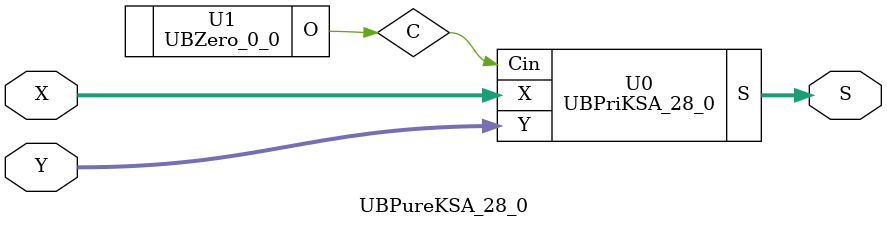
<source format=v>
/*----------------------------------------------------------------------------
  Copyright (c) 2021 Homma laboratory. All rights reserved.

  Top module: UBKSA_28_0_28_0

  Operand-1 length: 29
  Operand-2 length: 29
  Two-operand addition algorithm: Kogge-Stone adder
----------------------------------------------------------------------------*/

module GPGenerator(Go, Po, A, B);
  output Go;
  output Po;
  input A;
  input B;
  assign Go = A & B;
  assign Po = A ^ B;
endmodule

module CarryOperator(Go, Po, Gi1, Pi1, Gi2, Pi2);
  output Go;
  output Po;
  input Gi1;
  input Gi2;
  input Pi1;
  input Pi2;
  assign Go = Gi1 | ( Gi2 & Pi1 );
  assign Po = Pi1 & Pi2;
endmodule

module UBPriKSA_28_0(S, X, Y, Cin);
  output [29:0] S;
  input Cin;
  input [28:0] X;
  input [28:0] Y;
  wire [28:0] G0;
  wire [28:0] G1;
  wire [28:0] G2;
  wire [28:0] G3;
  wire [28:0] G4;
  wire [28:0] G5;
  wire [28:0] P0;
  wire [28:0] P1;
  wire [28:0] P2;
  wire [28:0] P3;
  wire [28:0] P4;
  wire [28:0] P5;
  assign P1[0] = P0[0];
  assign G1[0] = G0[0];
  assign P2[0] = P1[0];
  assign G2[0] = G1[0];
  assign P2[1] = P1[1];
  assign G2[1] = G1[1];
  assign P3[0] = P2[0];
  assign G3[0] = G2[0];
  assign P3[1] = P2[1];
  assign G3[1] = G2[1];
  assign P3[2] = P2[2];
  assign G3[2] = G2[2];
  assign P3[3] = P2[3];
  assign G3[3] = G2[3];
  assign P4[0] = P3[0];
  assign G4[0] = G3[0];
  assign P4[1] = P3[1];
  assign G4[1] = G3[1];
  assign P4[2] = P3[2];
  assign G4[2] = G3[2];
  assign P4[3] = P3[3];
  assign G4[3] = G3[3];
  assign P4[4] = P3[4];
  assign G4[4] = G3[4];
  assign P4[5] = P3[5];
  assign G4[5] = G3[5];
  assign P4[6] = P3[6];
  assign G4[6] = G3[6];
  assign P4[7] = P3[7];
  assign G4[7] = G3[7];
  assign P5[0] = P4[0];
  assign G5[0] = G4[0];
  assign P5[1] = P4[1];
  assign G5[1] = G4[1];
  assign P5[2] = P4[2];
  assign G5[2] = G4[2];
  assign P5[3] = P4[3];
  assign G5[3] = G4[3];
  assign P5[4] = P4[4];
  assign G5[4] = G4[4];
  assign P5[5] = P4[5];
  assign G5[5] = G4[5];
  assign P5[6] = P4[6];
  assign G5[6] = G4[6];
  assign P5[7] = P4[7];
  assign G5[7] = G4[7];
  assign P5[8] = P4[8];
  assign G5[8] = G4[8];
  assign P5[9] = P4[9];
  assign G5[9] = G4[9];
  assign P5[10] = P4[10];
  assign G5[10] = G4[10];
  assign P5[11] = P4[11];
  assign G5[11] = G4[11];
  assign P5[12] = P4[12];
  assign G5[12] = G4[12];
  assign P5[13] = P4[13];
  assign G5[13] = G4[13];
  assign P5[14] = P4[14];
  assign G5[14] = G4[14];
  assign P5[15] = P4[15];
  assign G5[15] = G4[15];
  assign S[0] = Cin ^ P0[0];
  assign S[1] = ( G5[0] | ( P5[0] & Cin ) ) ^ P0[1];
  assign S[2] = ( G5[1] | ( P5[1] & Cin ) ) ^ P0[2];
  assign S[3] = ( G5[2] | ( P5[2] & Cin ) ) ^ P0[3];
  assign S[4] = ( G5[3] | ( P5[3] & Cin ) ) ^ P0[4];
  assign S[5] = ( G5[4] | ( P5[4] & Cin ) ) ^ P0[5];
  assign S[6] = ( G5[5] | ( P5[5] & Cin ) ) ^ P0[6];
  assign S[7] = ( G5[6] | ( P5[6] & Cin ) ) ^ P0[7];
  assign S[8] = ( G5[7] | ( P5[7] & Cin ) ) ^ P0[8];
  assign S[9] = ( G5[8] | ( P5[8] & Cin ) ) ^ P0[9];
  assign S[10] = ( G5[9] | ( P5[9] & Cin ) ) ^ P0[10];
  assign S[11] = ( G5[10] | ( P5[10] & Cin ) ) ^ P0[11];
  assign S[12] = ( G5[11] | ( P5[11] & Cin ) ) ^ P0[12];
  assign S[13] = ( G5[12] | ( P5[12] & Cin ) ) ^ P0[13];
  assign S[14] = ( G5[13] | ( P5[13] & Cin ) ) ^ P0[14];
  assign S[15] = ( G5[14] | ( P5[14] & Cin ) ) ^ P0[15];
  assign S[16] = ( G5[15] | ( P5[15] & Cin ) ) ^ P0[16];
  assign S[17] = ( G5[16] | ( P5[16] & Cin ) ) ^ P0[17];
  assign S[18] = ( G5[17] | ( P5[17] & Cin ) ) ^ P0[18];
  assign S[19] = ( G5[18] | ( P5[18] & Cin ) ) ^ P0[19];
  assign S[20] = ( G5[19] | ( P5[19] & Cin ) ) ^ P0[20];
  assign S[21] = ( G5[20] | ( P5[20] & Cin ) ) ^ P0[21];
  assign S[22] = ( G5[21] | ( P5[21] & Cin ) ) ^ P0[22];
  assign S[23] = ( G5[22] | ( P5[22] & Cin ) ) ^ P0[23];
  assign S[24] = ( G5[23] | ( P5[23] & Cin ) ) ^ P0[24];
  assign S[25] = ( G5[24] | ( P5[24] & Cin ) ) ^ P0[25];
  assign S[26] = ( G5[25] | ( P5[25] & Cin ) ) ^ P0[26];
  assign S[27] = ( G5[26] | ( P5[26] & Cin ) ) ^ P0[27];
  assign S[28] = ( G5[27] | ( P5[27] & Cin ) ) ^ P0[28];
  assign S[29] = G5[28] | ( P5[28] & Cin );
  GPGenerator U0 (G0[0], P0[0], X[0], Y[0]);
  GPGenerator U1 (G0[1], P0[1], X[1], Y[1]);
  GPGenerator U2 (G0[2], P0[2], X[2], Y[2]);
  GPGenerator U3 (G0[3], P0[3], X[3], Y[3]);
  GPGenerator U4 (G0[4], P0[4], X[4], Y[4]);
  GPGenerator U5 (G0[5], P0[5], X[5], Y[5]);
  GPGenerator U6 (G0[6], P0[6], X[6], Y[6]);
  GPGenerator U7 (G0[7], P0[7], X[7], Y[7]);
  GPGenerator U8 (G0[8], P0[8], X[8], Y[8]);
  GPGenerator U9 (G0[9], P0[9], X[9], Y[9]);
  GPGenerator U10 (G0[10], P0[10], X[10], Y[10]);
  GPGenerator U11 (G0[11], P0[11], X[11], Y[11]);
  GPGenerator U12 (G0[12], P0[12], X[12], Y[12]);
  GPGenerator U13 (G0[13], P0[13], X[13], Y[13]);
  GPGenerator U14 (G0[14], P0[14], X[14], Y[14]);
  GPGenerator U15 (G0[15], P0[15], X[15], Y[15]);
  GPGenerator U16 (G0[16], P0[16], X[16], Y[16]);
  GPGenerator U17 (G0[17], P0[17], X[17], Y[17]);
  GPGenerator U18 (G0[18], P0[18], X[18], Y[18]);
  GPGenerator U19 (G0[19], P0[19], X[19], Y[19]);
  GPGenerator U20 (G0[20], P0[20], X[20], Y[20]);
  GPGenerator U21 (G0[21], P0[21], X[21], Y[21]);
  GPGenerator U22 (G0[22], P0[22], X[22], Y[22]);
  GPGenerator U23 (G0[23], P0[23], X[23], Y[23]);
  GPGenerator U24 (G0[24], P0[24], X[24], Y[24]);
  GPGenerator U25 (G0[25], P0[25], X[25], Y[25]);
  GPGenerator U26 (G0[26], P0[26], X[26], Y[26]);
  GPGenerator U27 (G0[27], P0[27], X[27], Y[27]);
  GPGenerator U28 (G0[28], P0[28], X[28], Y[28]);
  CarryOperator U29 (G1[1], P1[1], G0[1], P0[1], G0[0], P0[0]);
  CarryOperator U30 (G1[2], P1[2], G0[2], P0[2], G0[1], P0[1]);
  CarryOperator U31 (G1[3], P1[3], G0[3], P0[3], G0[2], P0[2]);
  CarryOperator U32 (G1[4], P1[4], G0[4], P0[4], G0[3], P0[3]);
  CarryOperator U33 (G1[5], P1[5], G0[5], P0[5], G0[4], P0[4]);
  CarryOperator U34 (G1[6], P1[6], G0[6], P0[6], G0[5], P0[5]);
  CarryOperator U35 (G1[7], P1[7], G0[7], P0[7], G0[6], P0[6]);
  CarryOperator U36 (G1[8], P1[8], G0[8], P0[8], G0[7], P0[7]);
  CarryOperator U37 (G1[9], P1[9], G0[9], P0[9], G0[8], P0[8]);
  CarryOperator U38 (G1[10], P1[10], G0[10], P0[10], G0[9], P0[9]);
  CarryOperator U39 (G1[11], P1[11], G0[11], P0[11], G0[10], P0[10]);
  CarryOperator U40 (G1[12], P1[12], G0[12], P0[12], G0[11], P0[11]);
  CarryOperator U41 (G1[13], P1[13], G0[13], P0[13], G0[12], P0[12]);
  CarryOperator U42 (G1[14], P1[14], G0[14], P0[14], G0[13], P0[13]);
  CarryOperator U43 (G1[15], P1[15], G0[15], P0[15], G0[14], P0[14]);
  CarryOperator U44 (G1[16], P1[16], G0[16], P0[16], G0[15], P0[15]);
  CarryOperator U45 (G1[17], P1[17], G0[17], P0[17], G0[16], P0[16]);
  CarryOperator U46 (G1[18], P1[18], G0[18], P0[18], G0[17], P0[17]);
  CarryOperator U47 (G1[19], P1[19], G0[19], P0[19], G0[18], P0[18]);
  CarryOperator U48 (G1[20], P1[20], G0[20], P0[20], G0[19], P0[19]);
  CarryOperator U49 (G1[21], P1[21], G0[21], P0[21], G0[20], P0[20]);
  CarryOperator U50 (G1[22], P1[22], G0[22], P0[22], G0[21], P0[21]);
  CarryOperator U51 (G1[23], P1[23], G0[23], P0[23], G0[22], P0[22]);
  CarryOperator U52 (G1[24], P1[24], G0[24], P0[24], G0[23], P0[23]);
  CarryOperator U53 (G1[25], P1[25], G0[25], P0[25], G0[24], P0[24]);
  CarryOperator U54 (G1[26], P1[26], G0[26], P0[26], G0[25], P0[25]);
  CarryOperator U55 (G1[27], P1[27], G0[27], P0[27], G0[26], P0[26]);
  CarryOperator U56 (G1[28], P1[28], G0[28], P0[28], G0[27], P0[27]);
  CarryOperator U57 (G2[2], P2[2], G1[2], P1[2], G1[0], P1[0]);
  CarryOperator U58 (G2[3], P2[3], G1[3], P1[3], G1[1], P1[1]);
  CarryOperator U59 (G2[4], P2[4], G1[4], P1[4], G1[2], P1[2]);
  CarryOperator U60 (G2[5], P2[5], G1[5], P1[5], G1[3], P1[3]);
  CarryOperator U61 (G2[6], P2[6], G1[6], P1[6], G1[4], P1[4]);
  CarryOperator U62 (G2[7], P2[7], G1[7], P1[7], G1[5], P1[5]);
  CarryOperator U63 (G2[8], P2[8], G1[8], P1[8], G1[6], P1[6]);
  CarryOperator U64 (G2[9], P2[9], G1[9], P1[9], G1[7], P1[7]);
  CarryOperator U65 (G2[10], P2[10], G1[10], P1[10], G1[8], P1[8]);
  CarryOperator U66 (G2[11], P2[11], G1[11], P1[11], G1[9], P1[9]);
  CarryOperator U67 (G2[12], P2[12], G1[12], P1[12], G1[10], P1[10]);
  CarryOperator U68 (G2[13], P2[13], G1[13], P1[13], G1[11], P1[11]);
  CarryOperator U69 (G2[14], P2[14], G1[14], P1[14], G1[12], P1[12]);
  CarryOperator U70 (G2[15], P2[15], G1[15], P1[15], G1[13], P1[13]);
  CarryOperator U71 (G2[16], P2[16], G1[16], P1[16], G1[14], P1[14]);
  CarryOperator U72 (G2[17], P2[17], G1[17], P1[17], G1[15], P1[15]);
  CarryOperator U73 (G2[18], P2[18], G1[18], P1[18], G1[16], P1[16]);
  CarryOperator U74 (G2[19], P2[19], G1[19], P1[19], G1[17], P1[17]);
  CarryOperator U75 (G2[20], P2[20], G1[20], P1[20], G1[18], P1[18]);
  CarryOperator U76 (G2[21], P2[21], G1[21], P1[21], G1[19], P1[19]);
  CarryOperator U77 (G2[22], P2[22], G1[22], P1[22], G1[20], P1[20]);
  CarryOperator U78 (G2[23], P2[23], G1[23], P1[23], G1[21], P1[21]);
  CarryOperator U79 (G2[24], P2[24], G1[24], P1[24], G1[22], P1[22]);
  CarryOperator U80 (G2[25], P2[25], G1[25], P1[25], G1[23], P1[23]);
  CarryOperator U81 (G2[26], P2[26], G1[26], P1[26], G1[24], P1[24]);
  CarryOperator U82 (G2[27], P2[27], G1[27], P1[27], G1[25], P1[25]);
  CarryOperator U83 (G2[28], P2[28], G1[28], P1[28], G1[26], P1[26]);
  CarryOperator U84 (G3[4], P3[4], G2[4], P2[4], G2[0], P2[0]);
  CarryOperator U85 (G3[5], P3[5], G2[5], P2[5], G2[1], P2[1]);
  CarryOperator U86 (G3[6], P3[6], G2[6], P2[6], G2[2], P2[2]);
  CarryOperator U87 (G3[7], P3[7], G2[7], P2[7], G2[3], P2[3]);
  CarryOperator U88 (G3[8], P3[8], G2[8], P2[8], G2[4], P2[4]);
  CarryOperator U89 (G3[9], P3[9], G2[9], P2[9], G2[5], P2[5]);
  CarryOperator U90 (G3[10], P3[10], G2[10], P2[10], G2[6], P2[6]);
  CarryOperator U91 (G3[11], P3[11], G2[11], P2[11], G2[7], P2[7]);
  CarryOperator U92 (G3[12], P3[12], G2[12], P2[12], G2[8], P2[8]);
  CarryOperator U93 (G3[13], P3[13], G2[13], P2[13], G2[9], P2[9]);
  CarryOperator U94 (G3[14], P3[14], G2[14], P2[14], G2[10], P2[10]);
  CarryOperator U95 (G3[15], P3[15], G2[15], P2[15], G2[11], P2[11]);
  CarryOperator U96 (G3[16], P3[16], G2[16], P2[16], G2[12], P2[12]);
  CarryOperator U97 (G3[17], P3[17], G2[17], P2[17], G2[13], P2[13]);
  CarryOperator U98 (G3[18], P3[18], G2[18], P2[18], G2[14], P2[14]);
  CarryOperator U99 (G3[19], P3[19], G2[19], P2[19], G2[15], P2[15]);
  CarryOperator U100 (G3[20], P3[20], G2[20], P2[20], G2[16], P2[16]);
  CarryOperator U101 (G3[21], P3[21], G2[21], P2[21], G2[17], P2[17]);
  CarryOperator U102 (G3[22], P3[22], G2[22], P2[22], G2[18], P2[18]);
  CarryOperator U103 (G3[23], P3[23], G2[23], P2[23], G2[19], P2[19]);
  CarryOperator U104 (G3[24], P3[24], G2[24], P2[24], G2[20], P2[20]);
  CarryOperator U105 (G3[25], P3[25], G2[25], P2[25], G2[21], P2[21]);
  CarryOperator U106 (G3[26], P3[26], G2[26], P2[26], G2[22], P2[22]);
  CarryOperator U107 (G3[27], P3[27], G2[27], P2[27], G2[23], P2[23]);
  CarryOperator U108 (G3[28], P3[28], G2[28], P2[28], G2[24], P2[24]);
  CarryOperator U109 (G4[8], P4[8], G3[8], P3[8], G3[0], P3[0]);
  CarryOperator U110 (G4[9], P4[9], G3[9], P3[9], G3[1], P3[1]);
  CarryOperator U111 (G4[10], P4[10], G3[10], P3[10], G3[2], P3[2]);
  CarryOperator U112 (G4[11], P4[11], G3[11], P3[11], G3[3], P3[3]);
  CarryOperator U113 (G4[12], P4[12], G3[12], P3[12], G3[4], P3[4]);
  CarryOperator U114 (G4[13], P4[13], G3[13], P3[13], G3[5], P3[5]);
  CarryOperator U115 (G4[14], P4[14], G3[14], P3[14], G3[6], P3[6]);
  CarryOperator U116 (G4[15], P4[15], G3[15], P3[15], G3[7], P3[7]);
  CarryOperator U117 (G4[16], P4[16], G3[16], P3[16], G3[8], P3[8]);
  CarryOperator U118 (G4[17], P4[17], G3[17], P3[17], G3[9], P3[9]);
  CarryOperator U119 (G4[18], P4[18], G3[18], P3[18], G3[10], P3[10]);
  CarryOperator U120 (G4[19], P4[19], G3[19], P3[19], G3[11], P3[11]);
  CarryOperator U121 (G4[20], P4[20], G3[20], P3[20], G3[12], P3[12]);
  CarryOperator U122 (G4[21], P4[21], G3[21], P3[21], G3[13], P3[13]);
  CarryOperator U123 (G4[22], P4[22], G3[22], P3[22], G3[14], P3[14]);
  CarryOperator U124 (G4[23], P4[23], G3[23], P3[23], G3[15], P3[15]);
  CarryOperator U125 (G4[24], P4[24], G3[24], P3[24], G3[16], P3[16]);
  CarryOperator U126 (G4[25], P4[25], G3[25], P3[25], G3[17], P3[17]);
  CarryOperator U127 (G4[26], P4[26], G3[26], P3[26], G3[18], P3[18]);
  CarryOperator U128 (G4[27], P4[27], G3[27], P3[27], G3[19], P3[19]);
  CarryOperator U129 (G4[28], P4[28], G3[28], P3[28], G3[20], P3[20]);
  CarryOperator U130 (G5[16], P5[16], G4[16], P4[16], G4[0], P4[0]);
  CarryOperator U131 (G5[17], P5[17], G4[17], P4[17], G4[1], P4[1]);
  CarryOperator U132 (G5[18], P5[18], G4[18], P4[18], G4[2], P4[2]);
  CarryOperator U133 (G5[19], P5[19], G4[19], P4[19], G4[3], P4[3]);
  CarryOperator U134 (G5[20], P5[20], G4[20], P4[20], G4[4], P4[4]);
  CarryOperator U135 (G5[21], P5[21], G4[21], P4[21], G4[5], P4[5]);
  CarryOperator U136 (G5[22], P5[22], G4[22], P4[22], G4[6], P4[6]);
  CarryOperator U137 (G5[23], P5[23], G4[23], P4[23], G4[7], P4[7]);
  CarryOperator U138 (G5[24], P5[24], G4[24], P4[24], G4[8], P4[8]);
  CarryOperator U139 (G5[25], P5[25], G4[25], P4[25], G4[9], P4[9]);
  CarryOperator U140 (G5[26], P5[26], G4[26], P4[26], G4[10], P4[10]);
  CarryOperator U141 (G5[27], P5[27], G4[27], P4[27], G4[11], P4[11]);
  CarryOperator U142 (G5[28], P5[28], G4[28], P4[28], G4[12], P4[12]);
endmodule

module UBZero_0_0(O);
  output [0:0] O;
  assign O[0] = 0;
endmodule

module UBKSA_28_0_28_0 (S, X, Y);
  output [29:0] S;
  input [28:0] X;
  input [28:0] Y;
  UBPureKSA_28_0 U0 (S[29:0], X[28:0], Y[28:0]);
endmodule

module UBPureKSA_28_0 (S, X, Y);
  output [29:0] S;
  input [28:0] X;
  input [28:0] Y;
  wire C;
  UBPriKSA_28_0 U0 (S, X, Y, C);
  UBZero_0_0 U1 (C);
endmodule


</source>
